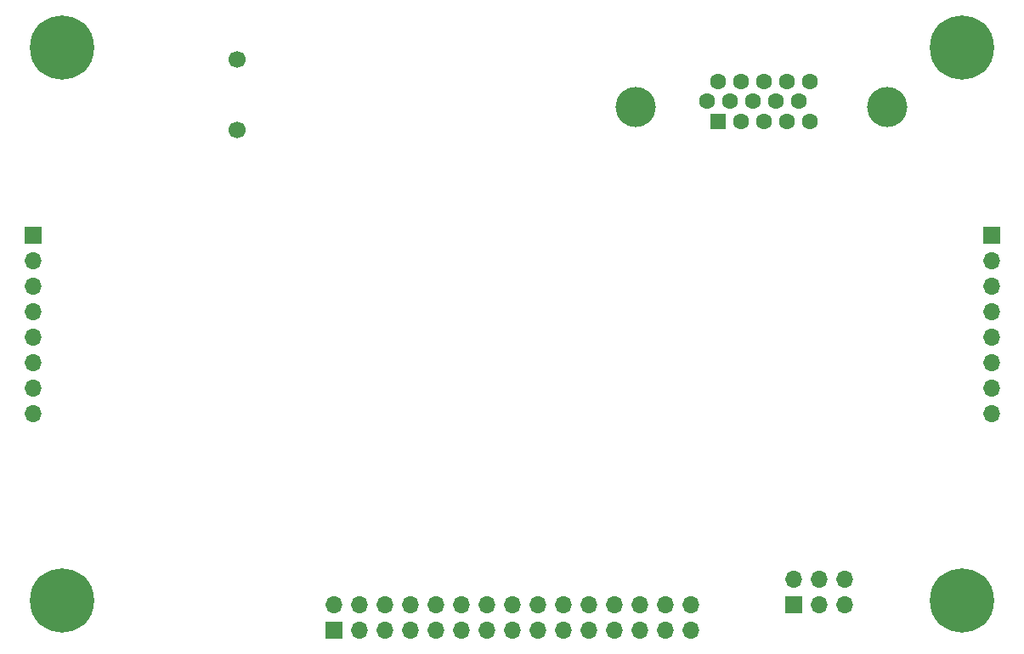
<source format=gbr>
%TF.GenerationSoftware,KiCad,Pcbnew,8.0.7*%
%TF.CreationDate,2025-01-22T16:06:57-05:00*%
%TF.ProjectId,vaudeo,76617564-656f-42e6-9b69-6361645f7063,rev?*%
%TF.SameCoordinates,Original*%
%TF.FileFunction,Soldermask,Bot*%
%TF.FilePolarity,Negative*%
%FSLAX46Y46*%
G04 Gerber Fmt 4.6, Leading zero omitted, Abs format (unit mm)*
G04 Created by KiCad (PCBNEW 8.0.7) date 2025-01-22 16:06:57*
%MOMM*%
%LPD*%
G01*
G04 APERTURE LIST*
%ADD10R,1.700000X1.700000*%
%ADD11O,1.700000X1.700000*%
%ADD12C,0.800000*%
%ADD13C,6.400000*%
%ADD14C,4.000000*%
%ADD15R,1.600000X1.600000*%
%ADD16C,1.600000*%
%ADD17C,1.700000*%
G04 APERTURE END LIST*
D10*
%TO.C,J6*%
X206756000Y-122174000D03*
D11*
X206756000Y-119634000D03*
X209296000Y-122174000D03*
X209296000Y-119634000D03*
X211836000Y-122174000D03*
X211836000Y-119634000D03*
%TD*%
D12*
%TO.C,H1*%
X131458000Y-66675000D03*
X132160944Y-64977944D03*
X132160944Y-68372056D03*
X133858000Y-64275000D03*
D13*
X133858000Y-66675000D03*
D12*
X133858000Y-69075000D03*
X135555056Y-64977944D03*
X135555056Y-68372056D03*
X136258000Y-66675000D03*
%TD*%
%TO.C,H4*%
X131422269Y-121823926D03*
X132125213Y-120126870D03*
X132125213Y-123520982D03*
X133822269Y-119423926D03*
D13*
X133822269Y-121823926D03*
D12*
X133822269Y-124223926D03*
X135519325Y-120126870D03*
X135519325Y-123520982D03*
X136222269Y-121823926D03*
%TD*%
D10*
%TO.C,J3*%
X226441000Y-85359000D03*
D11*
X226441000Y-87899000D03*
X226441000Y-90439000D03*
X226441000Y-92979000D03*
X226441000Y-95519000D03*
X226441000Y-98059000D03*
X226441000Y-100599000D03*
X226441000Y-103139000D03*
%TD*%
D14*
%TO.C,J2*%
X216021665Y-72579331D03*
X191021665Y-72579331D03*
D15*
X199206665Y-73999331D03*
D16*
X201496665Y-73999331D03*
X203786665Y-73999331D03*
X206076665Y-73999331D03*
X208366665Y-73999331D03*
X198061665Y-72019331D03*
X200351665Y-72019331D03*
X202641665Y-72019331D03*
X204931665Y-72019331D03*
X207221665Y-72019331D03*
X199206665Y-70039331D03*
X201496665Y-70039331D03*
X203786665Y-70039331D03*
X206076665Y-70039331D03*
X208366665Y-70039331D03*
%TD*%
D12*
%TO.C,H3*%
X221120000Y-121793000D03*
X221822944Y-120095944D03*
X221822944Y-123490056D03*
X223520000Y-119393000D03*
D13*
X223520000Y-121793000D03*
D12*
X223520000Y-124193000D03*
X225217056Y-120095944D03*
X225217056Y-123490056D03*
X225920000Y-121793000D03*
%TD*%
D10*
%TO.C,J4*%
X130937000Y-85359000D03*
D11*
X130937000Y-87899000D03*
X130937000Y-90439000D03*
X130937000Y-92979000D03*
X130937000Y-95519000D03*
X130937000Y-98059000D03*
X130937000Y-100599000D03*
X130937000Y-103139000D03*
%TD*%
D12*
%TO.C,H2*%
X221120000Y-66675000D03*
X221822944Y-64977944D03*
X221822944Y-68372056D03*
X223520000Y-64275000D03*
D13*
X223520000Y-66675000D03*
D12*
X223520000Y-69075000D03*
X225217056Y-64977944D03*
X225217056Y-68372056D03*
X225920000Y-66675000D03*
%TD*%
D10*
%TO.C,J5*%
X160909000Y-124714000D03*
D11*
X160909000Y-122174000D03*
X163449000Y-124714000D03*
X163449000Y-122174000D03*
X165989000Y-124714000D03*
X165989000Y-122174000D03*
X168529000Y-124714000D03*
X168529000Y-122174000D03*
X171069000Y-124714000D03*
X171069000Y-122174000D03*
X173609000Y-124714000D03*
X173609000Y-122174000D03*
X176149000Y-124714000D03*
X176149000Y-122174000D03*
X178689000Y-124714000D03*
X178689000Y-122174000D03*
X181229000Y-124714000D03*
X181229000Y-122174000D03*
X183769000Y-124714000D03*
X183769000Y-122174000D03*
X186309000Y-124714000D03*
X186309000Y-122174000D03*
X188849000Y-124714000D03*
X188849000Y-122174000D03*
X191389000Y-124714000D03*
X191389000Y-122174000D03*
X193929000Y-124714000D03*
X193929000Y-122174000D03*
X196469000Y-124714000D03*
X196469000Y-122174000D03*
%TD*%
D17*
%TO.C,J1*%
X151257000Y-67858000D03*
X151257000Y-74858000D03*
%TD*%
M02*

</source>
